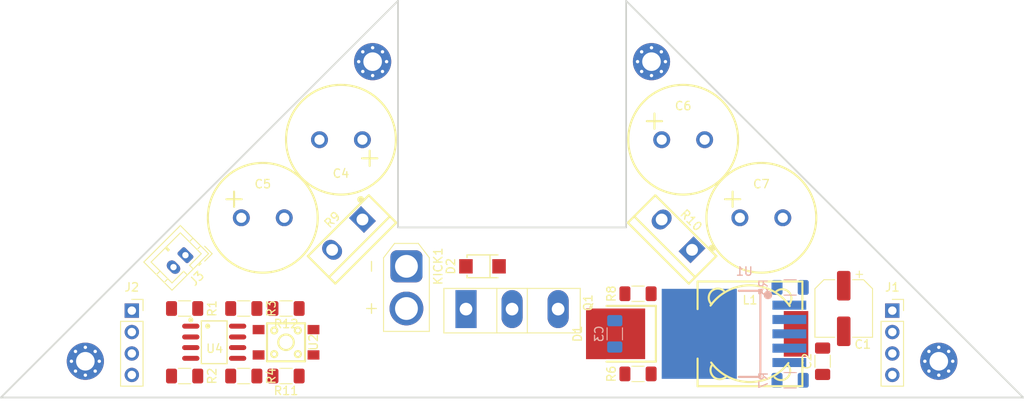
<source format=kicad_pcb>
(kicad_pcb (version 20240108) (generator "pcbnew") (generator_version "8.0")
  (layers (0 "F.Cu" signal) (31 "B.Cu" signal) (34 "B.Paste" user) (35 "F.Paste" user) (36 "B.SilkS" user "B.Silkscreen") (37 "F.SilkS" user "F.Silkscreen") (38 "B.Mask" user) (39 "F.Mask" user) (44 "Edge.Cuts" user))
  (net 0 "")
  (net 1 "VCC")
  (net 2 "GND")
  (net 3 "+48V")
  (net 4 "CAP_VCC")
  (net 5 "/OUTA")
  (net 6 "/INA")
  (net 7 "/INB")
  (net 8 "Net-(U4-~{OUTA})")
  (net 9 "Net-(U4-~{OUTB})")
  (net 10 "/OUTB")
  (net 13 "Net-(R11-Pad2)")
  (net 32 "Net-(D1-A-Pad1)")
  (net 33 "Net-(U1-EN)")
  (net 34 "/FB")
  (net 53 "Net-(D2-A)")
  (footprint "EasyEDA:CAP-TH_BD13.0-P5.00-D1.2-FD" (layer "F.Cu") (at -29.5 -11)
    (property "Reference" "C5" (at 0 -4 0) (layer "F.SilkS"))
    (property "Value" "1000uF")
    (fp_line (start -4.3 -2.2) (end -2.5 -2.2) (stroke (width 0.25)) (layer "F.SilkS"))
    (fp_line (start -3.4 -3.1) (end -3.4 -1.3) (stroke (width 0.25)) (layer "F.SilkS"))
    (fp_circle (center 0 0) (end 6.5 0) (stroke (width 0.25)) (fill none) (layer "F.SilkS"))
    (pad "1" thru_hole circle (at -2.54 0) (size 2 2) (drill 1.199896) (layers "*.Cu" "*.Mask") (net 4 "CAP_VCC"))
    (pad "2" thru_hole circle (at 2.54 0) (size 2 2) (drill 1.199896) (layers "*.Cu" "*.Mask") (net 2 "GND"))
  )
  (footprint "EasyEDA:SW-SMD_4P-L4.5-W4.5-P3.00-LS6.8" (layer "F.Cu") (at -26.75 3.75)
    (property "Reference" "U2" (at 3.25 0 90) (layer "F.SilkS"))
    (property "Value" "TS4535TP 250GF 009")
    (fp_line (start -2.25 -2.25) (end 2.25 -2.25) (stroke (width 0.25)) (layer "F.SilkS"))
    (fp_line (start -2.25 2.25) (end -2.25 -2.25) (stroke (width 0.25)) (layer "F.SilkS"))
    (fp_line (start 2.25 -2.25) (end 2.25 2.25) (stroke (width 0.25)) (layer "F.SilkS"))
    (fp_line (start 2.25 2.25) (end -2.25 2.25) (stroke (width 0.25)) (layer "F.SilkS"))
    (fp_circle (center -1.4 -1.4) (end -1.04 -1.4) (stroke (width 0.25)) (fill none) (layer "F.SilkS"))
    (fp_circle (center -1.4 1.4) (end -1.04 1.4) (stroke (width 0.25)) (fill none) (layer "F.SilkS"))
    (fp_circle (center 0 0) (end 0.92 0) (stroke (width 0.25)) (fill none) (layer "F.SilkS"))
    (fp_circle (center 1.4 -1.4) (end 1.76 -1.4) (stroke (width 0.25)) (fill none) (layer "F.SilkS"))
    (fp_circle (center 1.4 1.4) (end 1.76 1.4) (stroke (width 0.25)) (fill none) (layer "F.SilkS"))
    (pad "1" smd rect (at -3.25 -1.5) (size 1.4 1.1) (layers "F.Cu" "F.Paste" "F.Mask") (net 5 "/OUTA"))
    (pad "2" smd rect (at 3.25 -1.5) (size 1.4 1.1) (layers "F.Cu" "F.Paste" "F.Mask") (net 5 "/OUTA"))
    (pad "3" smd rect (at -3.25 1.5) (size 1.4 1.1) (layers "F.Cu" "F.Paste" "F.Mask") (net 13 "Net-(R11-Pad2)"))
    (pad "4" smd rect (at 3.25 1.5) (size 1.4 1.1) (layers "F.Cu" "F.Paste" "F.Mask") (net 13 "Net-(R11-Pad2)"))
  )
  (footprint "Resistor_SMD:R_1206_3216Metric_Pad1.30x1.75mm_HandSolder" (layer "F.Cu") (at 14.904764 -2)
    (property "Reference" "R8" (at -3.154764 0 90) (layer "F.SilkS"))
    (property "Value" "10kR")
    (fp_line (start -0.727064 -0.91) (end 0.727064 -0.91) (stroke (width 0.12)) (layer "F.SilkS"))
    (fp_line (start -0.727064 0.91) (end 0.727064 0.91) (stroke (width 0.12)) (layer "F.SilkS"))
    (pad "1" smd roundrect (at -1.55 0) (size 1.3 1.75) (layers "F.Cu" "F.Paste" "F.Mask") (roundrect_rratio 0.192308) (net 3 "+48V"))
    (pad "2" smd roundrect (at 1.55 0) (size 1.3 1.75) (layers "F.Cu" "F.Paste" "F.Mask") (roundrect_rratio 0.192308) (net 2 "GND"))
  )
  (footprint "Connector_PinSocket_2.54mm:PinSocket_1x04_P2.54mm_Vertical" (layer "F.Cu") (at 45 0)
    (property "Reference" "J1" (at 0 -2.77 0) (layer "F.SilkS"))
    (property "Value" "Conn_01x04")
    (fp_line (start -1.33 1.27) (end -1.33 8.95) (stroke (width 0.12)) (layer "F.SilkS"))
    (fp_line (start -1.33 1.27) (end 1.33 1.27) (stroke (width 0.12)) (layer "F.SilkS"))
    (fp_line (start -1.33 8.95) (end 1.33 8.95) (stroke (width 0.12)) (layer "F.SilkS"))
    (fp_line (start 0 -1.33) (end 1.33 -1.33) (stroke (width 0.12)) (layer "F.SilkS"))
    (fp_line (start 1.33 -1.33) (end 1.33 0) (stroke (width 0.12)) (layer "F.SilkS"))
    (fp_line (start 1.33 1.27) (end 1.33 8.95) (stroke (width 0.12)) (layer "F.SilkS"))
    (pad "1" thru_hole rect (at 0 0) (size 1.7 1.7) (drill 1) (layers "*.Cu" "*.Mask") (net 1 "VCC"))
    (pad "2" thru_hole oval (at 0 2.54) (size 1.7 1.7) (drill 1) (layers "*.Cu" "*.Mask") (net 1 "VCC"))
    (pad "3" thru_hole oval (at 0 5.08) (size 1.7 1.7) (drill 1) (layers "*.Cu" "*.Mask") (net 2 "GND"))
    (pad "4" thru_hole oval (at 0 7.62) (size 1.7 1.7) (drill 1) (layers "*.Cu" "*.Mask") (net 2 "GND"))
  )
  (footprint "EasyEDA:CAP-TH_BD13.0-P5.00-D1.2-FD" (layer "F.Cu") (at 29.5 -11)
    (property "Reference" "C7" (at 0 -4 0) (layer "F.SilkS"))
    (property "Value" "1000uF")
    (fp_line (start -4.3 -2.2) (end -2.5 -2.2) (stroke (width 0.25)) (layer "F.SilkS"))
    (fp_line (start -3.4 -3.1) (end -3.4 -1.3) (stroke (width 0.25)) (layer "F.SilkS"))
    (fp_circle (center 0 0) (end 6.5 0) (stroke (width 0.25)) (fill none) (layer "F.SilkS"))
    (pad "1" thru_hole circle (at -2.54 0) (size 2 2) (drill 1.199896) (layers "*.Cu" "*.Mask") (net 4 "CAP_VCC"))
    (pad "2" thru_hole circle (at 2.54 0) (size 2 2) (drill 1.199896) (layers "*.Cu" "*.Mask") (net 2 "GND"))
  )
  (footprint "EasyEDA:TO-220-2L_L10.2-W4.6-P5.08-L" (layer "F.Cu") (at -19.5 -9 -135)
    (property "Reference" "R9" (at 0 2.5 -135) (layer "F.SilkS"))
    (property "Value" "50R")
    (fp_line (start 5.100001 -3.1) (end 5.1 1.5) (stroke (width 0.25)) (layer "F.SilkS"))
    (fp_line (start 5.100001 -3.1) (end -5.100001 -3.1) (stroke (width 0.25)) (layer "F.SilkS"))
    (fp_line (start -5.1 1.5) (end 5.1 1.5) (stroke (width 0.25)) (layer "F.SilkS"))
    (fp_line (start -5.08 -2.03) (end 5.1 -2.03) (stroke (width 0.25)) (layer "F.SilkS"))
    (fp_line (start -5.100001 -3.1) (end -5.1 1.5) (stroke (width 0.25)) (layer "F.SilkS"))
    (fp_arc (start -4.07 1.83) (mid -4.07 1.83) (end -4.07 1.83) (stroke (width 0.4)) (layer "F.SilkS"))
    (pad "1" thru_hole rect (at -2.54 0 225) (size 2 2.5) (drill 1.399997) (layers "*.Cu" "*.Mask") (net 4 "CAP_VCC"))
    (pad "2" thru_hole oval (at 2.54 0 225) (size 2 2.5) (drill 1.399997) (layers "*.Cu" "*.Mask") (net 3 "+48V"))
  )
  (footprint "Resistor_SMD:R_1206_3216Metric_Pad1.30x1.75mm_HandSolder" (layer "F.Cu") (at 14.904764 7.5)
    (property "Reference" "R6" (at -3.154764 0 90) (layer "F.SilkS"))
    (property "Value" "73.2kR")
    (fp_line (start -0.727064 -0.91) (end 0.727064 -0.91) (stroke (width 0.12)) (layer "F.SilkS"))
    (fp_line (start -0.727064 0.91) (end 0.727064 0.91) (stroke (width 0.12)) (layer "F.SilkS"))
    (pad "1" smd roundrect (at -1.55 0) (size 1.3 1.75) (layers "F.Cu" "F.Paste" "F.Mask") (roundrect_rratio 0.192308) (net 3 "+48V"))
    (pad "2" smd roundrect (at 1.55 0) (size 1.3 1.75) (layers "F.Cu" "F.Paste" "F.Mask") (roundrect_rratio 0.192308) (net 34 "/FB"))
  )
  (footprint "Connector_PinSocket_2.54mm:PinSocket_1x04_P2.54mm_Vertical" (layer "F.Cu") (at -45 0)
    (property "Reference" "J2" (at 0 -2.77 0) (layer "F.SilkS"))
    (property "Value" "Conn_01x04")
    (fp_line (start -1.33 1.27) (end -1.33 8.95) (stroke (width 0.12)) (layer "F.SilkS"))
    (fp_line (start -1.33 1.27) (end 1.33 1.27) (stroke (width 0.12)) (layer "F.SilkS"))
    (fp_line (start -1.33 8.95) (end 1.33 8.95) (stroke (width 0.12)) (layer "F.SilkS"))
    (fp_line (start 0 -1.33) (end 1.33 -1.33) (stroke (width 0.12)) (layer "F.SilkS"))
    (fp_line (start 1.33 -1.33) (end 1.33 0) (stroke (width 0.12)) (layer "F.SilkS"))
    (fp_line (start 1.33 1.27) (end 1.33 8.95) (stroke (width 0.12)) (layer "F.SilkS"))
    (pad "1" thru_hole rect (at 0 0) (size 1.7 1.7) (drill 1) (layers "*.Cu" "*.Mask") (net 1 "VCC"))
    (pad "2" thru_hole oval (at 0 2.54) (size 1.7 1.7) (drill 1) (layers "*.Cu" "*.Mask") (net 7 "/INB"))
    (pad "3" thru_hole oval (at 0 5.08) (size 1.7 1.7) (drill 1) (layers "*.Cu" "*.Mask") (net 6 "/INA"))
    (pad "4" thru_hole oval (at 0 7.62) (size 1.7 1.7) (drill 1) (layers "*.Cu" "*.Mask") (net 2 "GND"))
  )
  (footprint "MountingHole:MountingHole_2.2mm_M2_Pad_Via" (layer "F.Cu") (at -16.5 -29.5)
    (property "Reference" "H1" (hide yes))
    (property "Value" "MountingHole_Pad")
    (pad "1" thru_hole circle (at -1.65 0) (size 0.7 0.7) (drill 0.4) (layers "*.Cu" "*.Mask"))
    (pad "1" thru_hole circle (at -1.166726 -1.166726) (size 0.7 0.7) (drill 0.4) (layers "*.Cu" "*.Mask"))
    (pad "1" thru_hole circle (at -1.166726 1.166726) (size 0.7 0.7) (drill 0.4) (layers "*.Cu" "*.Mask"))
    (pad "1" thru_hole circle (at 0 -1.65) (size 0.7 0.7) (drill 0.4) (layers "*.Cu" "*.Mask"))
    (pad "1" thru_hole circle (at 0 0) (size 4.4 4.4) (drill 2.2) (layers "*.Cu" "*.Mask"))
    (pad "1" thru_hole circle (at 0 1.65) (size 0.7 0.7) (drill 0.4) (layers "*.Cu" "*.Mask"))
    (pad "1" thru_hole circle (at 1.166726 -1.166726) (size 0.7 0.7) (drill 0.4) (layers "*.Cu" "*.Mask"))
    (pad "1" thru_hole circle (at 1.166726 1.166726) (size 0.7 0.7) (drill 0.4) (layers "*.Cu" "*.Mask"))
    (pad "1" thru_hole circle (at 1.65 0) (size 0.7 0.7) (drill 0.4) (layers "*.Cu" "*.Mask"))
  )
  (footprint "MountingHole:MountingHole_2.2mm_M2_Pad_Via" (layer "F.Cu") (at 16.5 -29.5)
    (property "Reference" "H2" (hide yes))
    (property "Value" "MountingHole_Pad")
    (pad "1" thru_hole circle (at -1.65 0) (size 0.7 0.7) (drill 0.4) (layers "*.Cu" "*.Mask"))
    (pad "1" thru_hole circle (at -1.166726 -1.166726) (size 0.7 0.7) (drill 0.4) (layers "*.Cu" "*.Mask"))
    (pad "1" thru_hole circle (at -1.166726 1.166726) (size 0.7 0.7) (drill 0.4) (layers "*.Cu" "*.Mask"))
    (pad "1" thru_hole circle (at 0 -1.65) (size 0.7 0.7) (drill 0.4) (layers "*.Cu" "*.Mask"))
    (pad "1" thru_hole circle (at 0 0) (size 4.4 4.4) (drill 2.2) (layers "*.Cu" "*.Mask"))
    (pad "1" thru_hole circle (at 0 1.65) (size 0.7 0.7) (drill 0.4) (layers "*.Cu" "*.Mask"))
    (pad "1" thru_hole circle (at 1.166726 -1.166726) (size 0.7 0.7) (drill 0.4) (layers "*.Cu" "*.Mask"))
    (pad "1" thru_hole circle (at 1.166726 1.166726) (size 0.7 0.7) (drill 0.4) (layers "*.Cu" "*.Mask"))
    (pad "1" thru_hole circle (at 1.65 0) (size 0.7 0.7) (drill 0.4) (layers "*.Cu" "*.Mask"))
  )
  (footprint "EasyEDA:SMAF_L3.5-W2.6-LS4.7-RD-1" (layer "F.Cu") (at -3.5 -5.25 180)
    (property "Reference" "D2" (at 3.75 0 90) (layer "F.SilkS"))
    (property "Value" "S3MF")
    (fp_line (start 1.83 1.03) (end 1.83 1.35) (stroke (width 0.15)) (layer "F.SilkS"))
    (fp_line (start 1.83 -1.35) (end 1.83 -1.03) (stroke (width 0.15)) (layer "F.SilkS"))
    (fp_line (start -0.89 -1.35) (end -0.89 1.35) (stroke (width 0.15)) (layer "F.SilkS"))
    (fp_line (start -1.83 1.35) (end 1.83 1.35) (stroke (width 0.15)) (layer "F.SilkS"))
    (fp_line (start -1.83 -1.35) (end 1.83 -1.35) (stroke (width 0.15)) (layer "F.SilkS"))
    (pad "1" smd rect (at -1.96 0) (size 1.6 1.7) (layers "F.Cu" "F.Paste" "F.Mask") (net 4 "CAP_VCC"))
    (pad "2" smd rect (at 1.96 0) (size 1.6 1.7) (layers "F.Cu" "F.Paste" "F.Mask") (net 53 "Net-(D2-A)"))
  )
  (footprint "EasyEDA:SOIC-8_L4.9-W3.9-P1.27-LS6.0-BL" (layer "F.Cu") (at -35.25 3.75 -90)
    (property "Reference" "U4" (at 0.75 -0.05 360) (layer "F.SilkS"))
    (property "Value" "TC4427AEOA713_C5804606")
    (fp_line (start -2.53 1.52) (end -2.53 -1.52) (stroke (width 0.15)) (layer "F.SilkS"))
    (fp_line (start 2.53 1.52) (end -2.53 1.52) (stroke (width 0.15)) (layer "F.SilkS"))
    (fp_line (start -2.53 -1.52) (end 2.53 -1.52) (stroke (width 0.15)) (layer "F.SilkS"))
    (fp_line (start 2.53 -1.52) (end 2.53 1.52) (stroke (width 0.15)) (layer "F.SilkS"))
    (fp_circle (center -2.65 2.77) (end -2.5 2.77) (stroke (width 0.3)) (fill none) (layer "F.SilkS"))
    (fp_circle (center -1.91 0.77) (end -1.76 0.77) (stroke (width 0.3)) (fill none) (layer "F.SilkS"))
    (pad "1" smd oval (at -1.91 2.77 270) (size 0.59 2.05) (layers "F.Cu" "F.Paste" "F.Mask"))
    (pad "2" smd oval (at -0.63 2.77 270) (size 0.59 2.05) (layers "F.Cu" "F.Paste" "F.Mask") (net 6 "/INA"))
    (pad "3" smd oval (at 0.63 2.77 270) (size 0.59 2.05) (layers "F.Cu" "F.Paste" "F.Mask") (net 2 "GND"))
    (pad "4" smd oval (at 1.9 2.77 270) (size 0.59 2.05) (layers "F.Cu" "F.Paste" "F.Mask") (net 7 "/INB"))
    (pad "5" smd oval (at 1.9 -2.77 270) (size 0.59 2.05) (layers "F.Cu" "F.Paste" "F.Mask") (net 9 "Net-(U4-~{OUTB})"))
    (pad "6" smd oval (at 0.63 -2.77 270) (size 0.59 2.05) (layers "F.Cu" "F.Paste" "F.Mask") (net 1 "VCC"))
    (pad "7" smd oval (at -0.63 -2.77 270) (size 0.59 2.05) (layers "F.Cu" "F.Paste" "F.Mask") (net 8 "Net-(U4-~{OUTA})"))
    (pad "8" smd oval (at -1.91 -2.77 270) (size 0.59 2.05) (layers "F.Cu" "F.Paste" "F.Mask"))
  )
  (footprint "Package_TO_SOT_THT:TO-247-3_Vertical" (layer "F.Cu") (at -5.45 -0.18)
    (property "Reference" "Q1" (at 14.45 -0.75 -90) (layer "F.SilkS"))
    (property "Value" "NMOS")
    (fp_line (start -2.62 -2.451) (end -2.62 2.82) (stroke (width 0.12)) (layer "F.SilkS"))
    (fp_line (start -2.62 -2.451) (end 13.52 -2.451) (stroke (width 0.12)) (layer "F.SilkS"))
    (fp_line (start -2.62 2.82) (end 13.52 2.82) (stroke (width 0.12)) (layer "F.SilkS"))
    (fp_line (start 3.646 -2.451) (end 3.646 2.82) (stroke (width 0.12)) (layer "F.SilkS"))
    (fp_line (start 7.255 -2.451) (end 7.255 2.82) (stroke (width 0.12)) (layer "F.SilkS"))
    (fp_line (start 13.52 -2.451) (end 13.52 2.82) (stroke (width 0.12)) (layer "F.SilkS"))
    (pad "1" thru_hole rect (at 0 0) (size 2.5 4.5) (drill 1.5) (layers "*.Cu" "*.Mask") (net 53 "Net-(D2-A)"))
    (pad "2" thru_hole oval (at 5.45 0) (size 2.5 4.5) (drill 1.5) (layers "*.Cu" "*.Mask") (net 5 "/OUTA"))
    (pad "3" thru_hole oval (at 10.9 0) (size 2.5 4.5) (drill 1.5) (layers "*.Cu" "*.Mask") (net 2 "GND"))
  )
  (footprint "EasyEDA:TO-252-3_L6.5-W5.9-P4.60-LS10.0-BL" (layer "F.Cu") (at 15.849764 2.75 90)
    (property "Reference" "D1" (at 0 -8.099764 90) (layer "F.SilkS"))
    (property "Value" "MBRD1045")
    (fp_line (start -3.3 -4.67) (end -3.3 1.17) (stroke (width 0.25)) (layer "F.SilkS"))
    (fp_line (start 3.31 1.17) (end 3.31 -4.67) (stroke (width 0.25)) (layer "F.SilkS"))
    (fp_line (start -3.3 1.17) (end 3.31 1.17) (stroke (width 0.25)) (layer "F.SilkS"))
    (pad "1" smd rect (at -2.3 3.6 180) (size 2.22 1.06) (layers "F.Cu" "F.Paste" "F.Mask") (net 32 "Net-(D1-A-Pad1)"))
    (pad "2" smd rect (at 0 -3.6 90) (size 6 7) (layers "F.Cu" "F.Paste" "F.Mask") (net 3 "+48V"))
    (pad "3" smd rect (at 2.3 3.6 180) (size 2.22 1.06) (layers "F.Cu" "F.Paste" "F.Mask") (net 32 "Net-(D1-A-Pad1)"))
  )
  (footprint "Resistor_SMD:R_1206_3216Metric_Pad1.30x1.75mm_HandSolder" (layer "F.Cu") (at -26.75 7.75)
    (property "Reference" "R11" (at 0 1.75 360) (layer "F.SilkS"))
    (property "Value" "10kR")
    (fp_line (start -0.727064 -0.91) (end 0.727064 -0.91) (stroke (width 0.12)) (layer "F.SilkS"))
    (fp_line (start -0.727064 0.91) (end 0.727064 0.91) (stroke (width 0.12)) (layer "F.SilkS"))
    (pad "1" smd roundrect (at -1.55 0) (size 1.3 1.75) (layers "F.Cu" "F.Paste" "F.Mask") (roundrect_rratio 0.192308) (net 1 "VCC"))
    (pad "2" smd roundrect (at 1.55 0) (size 1.3 1.75) (layers "F.Cu" "F.Paste" "F.Mask") (roundrect_rratio 0.192308) (net 13 "Net-(R11-Pad2)"))
  )
  (footprint "Connector_AMASS:AMASS_XT30U-F_1x02_P5.0mm_Vertical" (layer "F.Cu") (at -12.5 -5.25 -90)
    (property "Reference" "KICK1" (at 0 -3.75 90) (layer "F.SilkS"))
    (property "Value" "XT30")
    (fp_line (start -1.01 2.71) (end 7.71 2.71) (stroke (width 0.12)) (layer "F.SilkS"))
    (fp_line (start -2.71 1.41) (end -1.01 2.71) (stroke (width 0.12)) (layer "F.SilkS"))
    (fp_line (start -2.71 -1.41) (end -2.71 1.41) (stroke (width 0.12)) (layer "F.SilkS"))
    (fp_line (start -2.71 -1.41) (end -1.01 -2.71) (stroke (width 0.12)) (layer "F.SilkS"))
    (fp_line (start -1.01 -2.71) (end 7.71 -2.71) (stroke (width 0.12)) (layer "F.SilkS"))
    (fp_line (start 7.71 -2.71) (end 7.71 2.71) (stroke (width 0.12)) (layer "F.SilkS"))
    (fp_text user "+" (at 5 4.25 90) (layer "F.SilkS") (effects (font (size 1.5 1.5))))
    (fp_text user "-" (at 0 4.25 90) (layer "F.SilkS") (effects (font (size 1.5 1.5))))
    (pad "1" thru_hole roundrect (at 0 0 270) (size 3.8 3.8) (drill 2.7) (layers "*.Cu" "*.Mask") (roundrect_rratio 0.2) (net 4 "CAP_VCC"))
    (pad "2" thru_hole circle (at 5 0 270) (size 4 4) (drill 2.7) (layers "*.Cu" "*.Mask") (net 53 "Net-(D2-A)"))
  )
  (footprint "Capacitor_SMD:CP_Elec_6.3x7.7" (layer "F.Cu") (at 39.25 -0.25 -90)
    (property "Reference" "C1" (at 4.25 -2.25 360) (layer "F.SilkS"))
    (property "Value" "100uF")
    (fp_line (start -2.345563 3.41) (end 3.41 3.41) (stroke (width 0.12)) (layer "F.SilkS"))
    (fp_line (start 3.41 3.41) (end 3.41 1.06) (stroke (width 0.12)) (layer "F.SilkS"))
    (fp_line (start -3.41 2.345563) (end -2.345563 3.41) (stroke (width 0.12)) (layer "F.SilkS"))
    (fp_line (start -3.41 2.345563) (end -3.41 1.06) (stroke (width 0.12)) (layer "F.SilkS"))
    (fp_line (start -4.4375 -1.8475) (end -3.65 -1.8475) (stroke (width 0.12)) (layer "F.SilkS"))
    (fp_line (start -4.04375 -2.24125) (end -4.04375 -1.45375) (stroke (width 0.12)) (layer "F.SilkS"))
    (fp_line (start -3.41 -2.345563) (end -3.41 -1.06) (stroke (width 0.12)) (layer "F.SilkS"))
    (fp_line (start -3.41 -2.345563) (end -2.345563 -3.41) (stroke (width 0.12)) (layer "F.SilkS"))
    (fp_line (start -2.345563 -3.41) (end 3.41 -3.41) (stroke (width 0.12)) (layer "F.SilkS"))
    (fp_line (start 3.41 -3.41) (end 3.41 -1.06) (stroke (width 0.12)) (layer "F.SilkS"))
    (pad "1" smd roundrect (at -2.7 0 270) (size 3.5 1.6) (layers "F.Cu" "F.Paste" "F.Mask") (roundrect_rratio 0.15625) (net 2 "GND"))
    (pad "2" smd roundrect (at 2.7 0 270) (size 3.5 1.6) (layers "F.Cu" "F.Paste" "F.Mask") (roundrect_rratio 0.15625) (net 1 "VCC"))
  )
  (footprint "EasyEDA:CAP-TH_BD13.0-P5.00-D1.2-FD" (layer "F.Cu") (at 20.25 -20.25)
    (property "Reference" "C6" (at 0 -4 360) (layer "F.SilkS"))
    (property "Value" "1000uF")
    (fp_line (start -4.3 -2.2) (end -2.5 -2.2) (stroke (width 0.25)) (layer "F.SilkS"))
    (fp_line (start -3.4 -3.1) (end -3.4 -1.3) (stroke (width 0.25)) (layer "F.SilkS"))
    (fp_circle (center 0 0) (end 6.5 0) (stroke (width 0.25)) (fill none) (layer "F.SilkS"))
    (pad "1" thru_hole circle (at -2.54 0) (size 2 2) (drill 1.199896) (layers "*.Cu" "*.Mask") (net 4 "CAP_VCC"))
    (pad "2" thru_hole circle (at 2.54 0) (size 2 2) (drill 1.199896) (layers "*.Cu" "*.Mask") (net 2 "GND"))
  )
  (footprint "Resistor_SMD:R_1206_3216Metric_Pad1.30x1.75mm_HandSolder" (layer "F.Cu") (at -31.75 7.75 180)
    (property "Reference" "R4" (at -3.25 0 90) (layer "F.SilkS"))
    (property "Value" "10R")
    (fp_line (start -0.727064 0.91) (end 0.727064 0.91) (stroke (width 0.12)) (layer "F.SilkS"))
    (fp_line (start -0.727064 -0.91) (end 0.727064 -0.91) (stroke (width 0.12)) (layer "F.SilkS"))
    (pad "1" smd roundrect (at -1.55 0 180) (size 1.3 1.75) (layers "F.Cu" "F.Paste" "F.Mask") (roundrect_rratio 0.192308) (net 10 "/OUTB"))
    (pad "2" smd roundrect (at 1.55 0 180) (size 1.3 1.75) (layers "F.Cu" "F.Paste" "F.Mask") (roundrect_rratio 0.192308) (net 9 "Net-(U4-~{OUTB})"))
  )
  (footprint "EasyEDA:CAP-TH_BD13.0-P5.00-D1.2-FD" (layer "F.Cu") (at -20.25 -20.25 180)
    (property "Reference" "C4" (at 0 -4 0) (layer "F.SilkS"))
    (property "Value" "1000uF")
    (fp_line (start -3.4 -3.1) (end -3.4 -1.3) (stroke (width 0.25)) (layer "F.SilkS"))
    (fp_line (start -4.3 -2.2) (end -2.5 -2.2) (stroke (width 0.25)) (layer "F.SilkS"))
    (fp_circle (center 0 0) (end 6.5 0) (stroke (width 0.25)) (fill none) (layer "F.SilkS"))
    (pad "1" thru_hole circle (at -2.54 0 180) (size 2 2) (drill 1.199896) (layers "*.Cu" "*.Mask") (net 4 "CAP_VCC"))
    (pad "2" thru_hole circle (at 2.54 0 180) (size 2 2) (drill 1.199896) (layers "*.Cu" "*.Mask") (net 2 "GND"))
  )
  (footprint "Connector_JST:JST_PH_B2B-PH-K_1x02_P2.00mm_Vertical" (layer "F.Cu") (at -38.653984 -6.568198 -135)
    (property "Reference" "J3" (at 1 -2.9 45) (layer "F.SilkS"))
    (property "Value" "Conn_01x02")
    (fp_line (start 4.06 2.91) (end 4.06 -1.81) (stroke (width 0.12)) (layer "F.SilkS"))
    (fp_line (start 3.45 2.3) (end 3.45 -1.200001) (stroke (width 0.12)) (layer "F.SilkS"))
    (fp_line (start 4.06 0.8) (end 3.45 0.8) (stroke (width 0.12)) (layer "F.SilkS"))
    (fp_line (start 4.06 -0.5) (end 3.45 -0.5) (stroke (width 0.12)) (layer "F.SilkS"))
    (fp_line (start 1 2.3) (end 1 1.8) (stroke (width 0.12)) (layer "F.SilkS"))
    (fp_line (start 0.900001 2.3) (end 0.9 1.8) (stroke (width 0.12)) (layer "F.SilkS"))
    (fp_line (start 1.1 1.8) (end 1.1 2.3) (stroke (width 0.12)) (layer "F.SilkS"))
    (fp_line (start 0.9 1.8) (end 1.1 1.8) (stroke (width 0.12)) (layer "F.SilkS"))
    (fp_line (start 3.45 -1.200001) (end 1.5 -1.2) (stroke (width 0.12)) (layer "F.SilkS"))
    (fp_line (start 4.06 -1.81) (end -2.06 -1.81) (stroke (width 0.12)) (layer "F.SilkS"))
    (fp_line (start -2.06 2.91) (end 4.06 2.91) (stroke (width 0.12)) (layer "F.SilkS"))
    (fp_line (start -1.45 2.3) (end 3.45 2.3) (stroke (width 0.12)) (layer "F.SilkS"))
    (fp_line (start 1.5 -1.2) (end 1.5 -1.81) (stroke (width 0.12)) (layer "F.SilkS"))
    (fp_line (start 0.5 -1.200001) (end -1.45 -1.2) (stroke (width 0.12)) (layer "F.SilkS"))
    (fp_line (start -2.06 0.799999) (end -1.45 0.8) (stroke (width 0.12)) (layer "F.SilkS"))
    (fp_line (start 0.5 -1.81) (end 0.5 -1.200001) (stroke (width 0.12)) (layer "F.SilkS"))
    (fp_line (start -0.3 -1.81) (end -0.3 -2.010001) (stroke (width 0.12)) (layer "F.SilkS"))
    (fp_line (start -0.3 -1.91) (end -0.6 -1.91) (stroke (width 0.12)) (layer "F.SilkS"))
    (fp_line (start -0.3 -2.010001) (end -0.6 -2.010001) (stroke (width 0.12)) (layer "F.SilkS"))
    (fp_line (start -2.06 -0.499999) (end -1.45 -0.5) (stroke (width 0.12)) (layer "F.SilkS"))
    (fp_line (start -0.6 -2.010001) (end -0.6 -1.81) (stroke (width 0.12)) (layer "F.SilkS"))
    (fp_line (start -1.45 -1.2) (end -1.45 2.3) (stroke (width 0.12)) (layer "F.SilkS"))
    (fp_line (start -1.11 -2.11) (end -2.36 -2.11) (stroke (width 0.12)) (layer "F.SilkS"))
    (fp_line (start -2.06 -1.81) (end -2.06 2.91) (stroke (width 0.12)) (layer "F.SilkS"))
    (fp_line (start -2.36 -2.11) (end -2.36 -0.86) (stroke (width 0.12)) (layer "F.SilkS"))
    (pad "1" thru_hole roundrect (at 0 0 225) (size 1.2 1.75) (drill 0.75) (layers "*.Cu" "*.Mask") (roundrect_rratio 0.208333) (net 10 "/OUTB"))
    (pad "2" thru_hole oval (at 2.000001 0 225) (size 1.2 1.75) (drill 0.75) (layers "*.Cu" "*.Mask") (net 2 "GND"))
  )
  (footprint "Capacitor_SMD:C_1206_3216Metric_Pad1.33x1.80mm_HandSolder" (layer "F.Cu") (at 36.75 6 90)
    (property "Reference" "C2" (at 0 -1.85 90) (layer "F.SilkS"))
    (property "Value" "1uF")
    (fp_line (start -0.711252 -0.91) (end 0.711252 -0.91) (stroke (width 0.12)) (layer "F.SilkS"))
    (fp_line (start -0.711252 0.91) (end 0.711252 0.91) (stroke (width 0.12)) (layer "F.SilkS"))
    (pad "1" smd roundrect (at -1.5625 0 90) (size 1.325 1.8) (layers "F.Cu" "F.Paste" "F.Mask") (roundrect_rratio 0.188679) (net 2 "GND"))
    (pad "2" smd roundrect (at 1.5625 0 90) (size 1.325 1.8) (layers "F.Cu" "F.Paste" "F.Mask") (roundrect_rratio 0.188679) (net 1 "VCC"))
  )
  (footprint "MountingHole:MountingHole_2.2mm_M2_Pad_Via" (layer "F.Cu") (at -50.5 6)
    (property "Reference" "H3" (hide yes))
    (property "Value" "MountingHole_Pad")
    (pad "1" thru_hole circle (at -1.65 0) (size 0.7 0.7) (drill 0.4) (layers "*.Cu" "*.Mask"))
    (pad "1" thru_hole circle (at -1.166726 -1.166726) (size 0.7 0.7) (drill 0.4) (layers "*.Cu" "*.Mask"))
    (pad "1" thru_hole circle (at -1.166726 1.166726) (size 0.7 0.7) (drill 0.4) (layers "*.Cu" "*.Mask"))
    (pad "1" thru_hole circle (at 0 -1.65) (size 0.7 0.7) (drill 0.4) (layers "*.Cu" "*.Mask"))
    (pad "1" thru_hole circle (at 0 0) (size 4.4 4.4) (drill 2.2) (layers "*.Cu" "*.Mask"))
    (pad "1" thru_hole circle (at 0 1.65) (size 0.7 0.7) (drill 0.4) (layers "*.Cu" "*.Mask"))
    (pad "1" thru_hole circle (at 1.166726 -1.166726) (size 0.7 0.7) (drill 0.4) (layers "*.Cu" "*.Mask"))
    (pad "1" thru_hole circle (at 1.166726 1.166726) (size 0.7 0.7) (drill 0.4) (layers "*.Cu" "*.Mask"))
    (pad "1" thru_hole circle (at 1.65 0) (size 0.7 0.7) (drill 0.4) (layers "*.Cu" "*.Mask"))
  )
  (footprint "Resistor_SMD:R_1206_3216Metric_Pad1.30x1.75mm_HandSolder" (layer "F.Cu") (at -31.75 -0.25)
    (property "Reference" "R3" (at 3.25 0 90) (layer "F.SilkS"))
    (property "Value" "10R")
    (fp_line (start -0.727064 -0.91) (end 0.727064 -0.91) (stroke (width 0.12)) (layer "F.SilkS"))
    (fp_line (start -0.727064 0.91) (end 0.727064 0.91) (stroke (width 0.12)) (layer "F.SilkS"))
    (pad "1" smd roundrect (at -1.55 0) (size 1.3 1.75) (layers "F.Cu" "F.Paste" "F.Mask") (roundrect_rratio 0.192308) (net 8 "Net-(U4-~{OUTA})"))
    (pad "2" smd roundrect (at 1.55 0) (size 1.3 1.75) (layers "F.Cu" "F.Paste" "F.Mask") (roundrect_rratio 0.192308) (net 5 "/OUTA"))
  )
  (footprint "EasyEDA:TO-220-2L_L10.2-W4.6-P5.08-L" (layer "F.Cu") (at 19.5 -9 135)
    (property "Reference" "R10" (at 0 2.4025 135) (layer "F.SilkS"))
    (property "Value" "50R")
    (fp_line (start 5.100001 -3.1) (end 5.1 1.5) (stroke (width 0.25)) (layer "F.SilkS"))
    (fp_line (start 5.100001 -3.1) (end -5.100001 -3.1) (stroke (width 0.25)) (layer "F.SilkS"))
    (fp_line (start -5.100001 -3.1) (end -5.1 1.5) (stroke (width 0.25)) (layer "F.SilkS"))
    (fp_line (start -5.08 -2.03) (end 5.1 -2.03) (stroke (width 0.25)) (layer "F.SilkS"))
    (fp_line (start -5.1 1.5) (end 5.1 1.5) (stroke (width 0.25)) (layer "F.SilkS"))
    (fp_arc (start -4.07 1.83) (mid -4.07 1.83) (end -4.07 1.83) (stroke (width 0.4)) (layer "F.SilkS"))
    (pad "1" thru_hole rect (at -2.54 0 135) (size 2 2.5) (drill 1.399997) (layers "*.Cu" "*.Mask") (net 3 "+48V"))
    (pad "2" thru_hole oval (at 2.54 0 135) (size 2 2.5) (drill 1.399997) (layers "*.Cu" "*.Mask") (net 4 "CAP_VCC"))
  )
  (footprint "MountingHole:MountingHole_2.2mm_M2_Pad_Via" (layer "F.Cu") (at 50.5 6)
    (property "Reference" "H4" (hide yes))
    (property "Value" "MountingHole_Pad")
    (pad "1" thru_hole circle (at -1.65 0) (size 0.7 0.7) (drill 0.4) (layers "*.Cu" "*.Mask"))
    (pad "1" thru_hole circle (at -1.166726 -1.166726) (size 0.7 0.7) (drill 0.4) (layers "*.Cu" "*.Mask"))
    (pad "1" thru_hole circle (at -1.166726 1.166726) (size 0.7 0.7) (drill 0.4) (layers "*.Cu" "*.Mask"))
    (pad "1" thru_hole circle (at 0 -1.65) (size 0.7 0.7) (drill 0.4) (layers "*.Cu" "*.Mask"))
    (pad "1" thru_hole circle (at 0 0) (size 4.4 4.4) (drill 2.2) (layers "*.Cu" "*.Mask"))
    (pad "1" thru_hole circle (at 0 1.65) (size 0.7 0.7) (drill 0.4) (layers "*.Cu" "*.Mask"))
    (pad "1" thru_hole circle (at 1.166726 -1.166726) (size 0.7 0.7) (drill 0.4) (layers "*.Cu" "*.Mask"))
    (pad "1" thru_hole circle (at 1.166726 1.166726) (size 0.7 0.7) (drill 0.4) (layers "*.Cu" "*.Mask"))
    (pad "1" thru_hole circle (at 1.65 0) (size 0.7 0.7) (drill 0.4) (layers "*.Cu" "*.Mask"))
  )
  (footprint "EasyEDA:IND-SMD_L12.3-W12.3" (layer "F.Cu") (at 28.154764 2.75)
    (property "Reference" "L1" (at 0 -4 360) (layer "F.SilkS"))
    (property "Value" "SMDRI127-470MT")
    (fp_line (start -6.2 -6.2) (end -6.2 -2.93) (stroke (width 0.25)) (layer "F.SilkS"))
    (fp_line (start -6.2 -6.2) (end 6.2 -6.2) (stroke (width 0.25)) (layer "F.SilkS"))
    (fp_line (start -6.2 2.93) (end -6.2 6.2) (stroke (width 0.25)) (layer "F.SilkS"))
    (fp_line (start -6.2 6.2) (end 6.2 6.2) (stroke (width 0.25)) (layer "F.SilkS"))
    (fp_line (start 6.2 -2.93) (end 6.2 -6.2) (stroke (width 0.25)) (layer "F.SilkS"))
    (fp_line (start 6.2 6.2) (end 6.2 2.93) (stroke (width 0.25)) (layer "F.SilkS"))
    (fp_arc (start -4.67 -3.35) (mid 0.028307 -5.751402) (end 4.702706 -3.30379) (stroke (width 0.25)) (layer "F.SilkS"))
    (fp_arc (start -4.541273 -3.497112) (mid -4.60171 -5.000875) (end -3.1 -5.1) (stroke (width 0.25)) (layer "F.SilkS"))
    (fp_arc (start -2.768116 5.014047) (mid -4.210815 5.176269) (end -4.53 3.76) (stroke (width 0.25)) (layer "F.SilkS"))
    (fp_arc (start 3.086836 -4.998543) (mid 4.552024 -4.999588) (end 4.68 -3.54) (stroke (width 0.25)) (layer "F.SilkS"))
    (fp_arc (start 4.499953 3.6939) (mid 4.423873 5.185846) (end 2.93 5.18) (stroke (width 0.25)) (layer "F.SilkS"))
    (fp_arc (start 4.55 3.46) (mid -0.036493 5.71601) (end -4.593807 3.401622) (stroke (width 0.25)) (layer "F.SilkS"))
    (pad "1" smd rect (at -5.45 0) (size 2.9 5.4) (layers "F.Cu" "F.Paste" "F.Mask") (net 32 "Net-(D1-A-Pad1)"))
    (pad "2" smd rect (at 5.45 0) (size 2.9 5.4) (layers "F.Cu" "F.Paste" "F.Mask") (net 1 "VCC"))
  )
  (footprint "Resistor_SMD:R_1206_3216Metric_Pad1.30x1.75mm_HandSolder" (layer "F.Cu") (at -38.75 -0.25)
    (property "Reference" "R1" (at 3.25 0 90) (layer "F.SilkS"))
    (property "Value" "10kR")
    (fp_line (start -0.727064 -0.91) (end 0.727064 -0.91) (stroke (width 0.12)) (layer "F.SilkS"))
    (fp_line (start -0.727064 0.91) (end 0.727064 0.91) (stroke (width 0.12)) (layer "F.SilkS"))
    (pad "1" smd roundrect (at -1.55 0) (size 1.3 1.75) (layers "F.Cu" "F.Paste" "F.Mask") (roundrect_rratio 0.192308) (net 2 "GND"))
    (pad "2" smd roundrect (at 1.55 0) (size 1.3 1.75) (layers "F.Cu" "F.Paste" "F.Mask") (roundrect_rratio 0.192308) (net 6 "/INA"))
  )
  (footprint "Resistor_SMD:R_1206_3216Metric_Pad1.30x1.75mm_HandSolder" (layer "F.Cu") (at -38.75 7.75)
    (property "Reference" "R2" (at 3.25 0 90) (layer "F.SilkS"))
    (property "Value" "10kR")
    (fp_line (start -0.727064 -0.91) (end 0.727064 -0.91) (stroke (width 0.12)) (layer "F.SilkS"))
    (fp_line (start -0.727064 0.91) (end 0.727064 0.91) (stroke (width 0.12)) (layer "F.SilkS"))
    (pad "1" smd roundrect (at -1.55 0) (size 1.3 1.75) (layers "F.Cu" "F.Paste" "F.Mask") (roundrect_rratio 0.192308) (net 2 "GND"))
    (pad "2" smd roundrect (at 1.55 0) (size 1.3 1.75) (layers "F.Cu" "F.Paste" "F.Mask") (roundrect_rratio 0.192308) (net 7 "/INB"))
  )
  (footprint "Resistor_SMD:R_1206_3216Metric_Pad1.30x1.75mm_HandSolder" (layer "F.Cu") (at -26.75 -0.25 180)
    (property "Reference" "R12" (at 0 -1.82 360) (layer "F.SilkS"))
    (property "Value" "10kR")
    (fp_line (start -0.727064 0.91) (end 0.727064 0.91) (stroke (width 0.12)) (layer "F.SilkS"))
    (fp_line (start -0.727064 -0.91) (end 0.727064 -0.91) (stroke (width 0.12)) (layer "F.SilkS"))
    (pad "1" smd roundrect (at -1.55 0 180) (size 1.3 1.75) (layers "F.Cu" "F.Paste" "F.Mask") (roundrect_rratio 0.192308) (net 2 "GND"))
    (pad "2" smd roundrect (at 1.55 0 180) (size 1.3 1.75) (layers "F.Cu" "F.Paste" "F.Mask") (roundrect_rratio 0.192308) (net 5 "/OUTA"))
  )
  (footprint "Resistor_SMD:R_1206_3216Metric_Pad1.30x1.75mm_HandSolder" (layer "B.Cu") (at 32.904764 8.25)
    (property "Reference" "R7" (at -3.154764 0 90) (layer "B.SilkS") (effects (justify mirror)))
    (property "Value" "2kR")
    (fp_line (start 0.727064 -0.91) (end -0.727064 -0.91) (stroke (width 0.12)) (layer "B.SilkS"))
    (fp_line (start 0.727064 0.91) (end -0.727064 0.91) (stroke (width 0.12)) (layer "B.SilkS"))
    (pad "1" smd roundrect (at -1.55 0) (size 1.3 1.75) (layers "B.Cu" "B.Paste" "B.Mask") (roundrect_rratio 0.192308) (net 34 "/FB"))
    (pad "2" smd roundrect (at 1.55 0) (size 1.3 1.75) (layers "B.Cu" "B.Paste" "B.Mask") (roundrect_rratio 0.192308) (net 2 "GND"))
  )
  (footprint "Capacitor_SMD:C_1206_3216Metric_Pad1.33x1.80mm_HandSolder" (layer "B.Cu") (at 12.154764 2.75 -90)
    (property "Reference" "C3" (at 0 1.85 90) (layer "B.SilkS") (effects (justify mirror)))
    (property "Value" "1uF")
    (fp_line (start 0.711252 0.91) (end -0.711252 0.91) (stroke (width 0.12)) (layer "B.SilkS"))
    (fp_line (start 0.711252 -0.91) (end -0.711252 -0.91) (stroke (width 0.12)) (layer "B.SilkS"))
    (pad "1" smd roundrect (at -1.5625 0 270) (size 1.325 1.8) (layers "B.Cu" "B.Paste" "B.Mask") (roundrect_rratio 0.188679) (net 3 "+48V"))
    (pad "2" smd roundrect (at 1.5625 0 270) (size 1.325 1.8) (layers "B.Cu" "B.Paste" "B.Mask") (roundrect_rratio 0.188679) (net 2 "GND"))
  )
  (footprint "Resistor_SMD:R_1206_3216Metric_Pad1.30x1.75mm_HandSolder" (layer "B.Cu") (at 32.904764 -2.75)
    (property "Reference" "R5" (at -3.154764 0 90) (layer "B.SilkS") (effects (justify mirror)))
    (property "Value" "10k")
    (fp_line (start 0.727064 -0.91) (end -0.727064 -0.91) (stroke (width 0.12)) (layer "B.SilkS"))
    (fp_line (start 0.727064 0.91) (end -0.727064 0.91) (stroke (width 0.12)) (layer "B.SilkS"))
    (pad "1" smd roundrect (at -1.55 0) (size 1.3 1.75) (layers "B.Cu" "B.Paste" "B.Mask") (roundrect_rratio 0.192308) (net 33 "Net-(U1-EN)"))
    (pad "2" smd roundrect (at 1.55 0) (size 1.3 1.75) (layers "B.Cu" "B.Paste" "B.Mask") (roundrect_rratio 0.192308) (net 1 "VCC"))
  )
  (footprint "EasyEDA:TO-263-5_L10.2-W9.9-P1.70-LS14.4-TL" (layer "B.Cu") (at 27.484764 2.75 180)
    (property "Reference" "U1" (at 0 7.4 360) (layer "B.SilkS") (effects (justify mirror)))
    (property "Value" "XL6019E1")
    (fp_line (start 0.65 5.1) (end 0.6 5.1) (stroke (width 0.25)) (layer "B.SilkS"))
    (fp_line (start 0.65 -5.1) (end -1.9 -5.1) (stroke (width 0.25)) (layer "B.SilkS"))
    (fp_line (start -1.9 5.1) (end 0.6 5.1) (stroke (width 0.25)) (layer "B.SilkS"))
    (fp_line (start -1.9 -5.1) (end -1.9 5.1) (stroke (width 0.25)) (layer "B.SilkS"))
    (fp_circle (center -2.8 4.6) (end -2.55 4.6) (stroke (width 0.5)) (fill none) (layer "B.SilkS"))
    (pad "1" smd rect (at -5.33 3.4 180) (size 4 1.07) (layers "B.Cu" "B.Paste" "B.Mask") (net 2 "GND"))
    (pad "2" smd rect (at -5.33 1.7 180) (size 4 1.07) (layers "B.Cu" "B.Paste" "B.Mask") (net 33 "Net-(U1-EN)"))
    (pad "3" smd rect (at -5.33 0 180) (size 4 1.07) (layers "B.Cu" "B.Paste" "B.Mask") (net 32 "Net-(D1-A-Pad1)"))
    (pad "4" smd rect (at -5.33 -1.7 180) (size 4 1.07) (layers "B.Cu" "B.Paste" "B.Mask") (net 1 "VCC"))
    (pad "5" smd rect (at -5.33 -3.4 180) (size 4 1.07) (layers "B.Cu" "B.Paste" "B.Mask") (net 34 "/FB"))
    (pad "6" smd rect (at 5.33 0 270) (size 10.66 8.89) (layers "B.Cu" "B.Paste" "B.Mask") (net 32 "Net-(D1-A-Pad1)"))
  )
  (gr_line (start 13.5 -36.704581) (end 60.5 10.295419) (stroke (width 0.2)) (layer "Edge.Cuts"))
  (gr_line (start -13.5 -36.704581) (end -13.5 -9.855563) (stroke (width 0.2)) (layer "Edge.Cuts"))
  (gr_line (start 13.5 -9.855563) (end 13.5 -36.704581) (stroke (width 0.2)) (layer "Edge.Cuts"))
  (gr_line (start -60.5 10.295419) (end 60.5 10.295419) (stroke (width 0.2)) (layer "Edge.Cuts"))
  (gr_line (start 13.5 -9.855563) (end -13.5 -9.855563) (stroke (width 0.2)) (layer "Edge.Cuts"))
  (gr_line (start -13.5 -36.704581) (end -60.5 10.295419) (stroke (width 0.2)) (layer "Edge.Cuts"))
)
</source>
